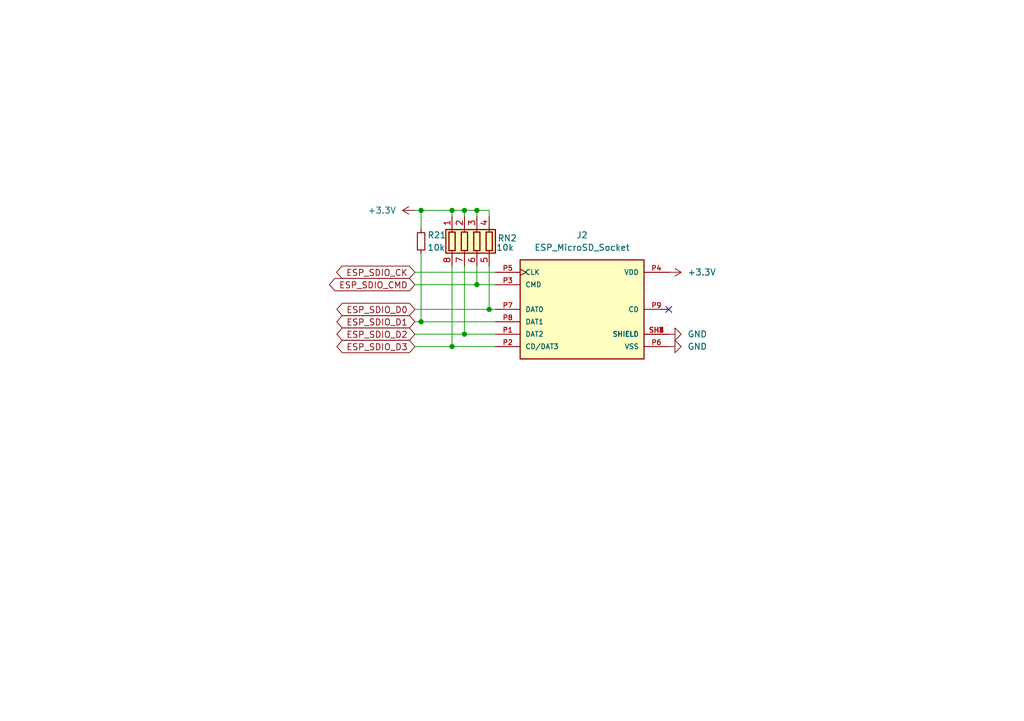
<source format=kicad_sch>
(kicad_sch (version 20211123) (generator eeschema)
  (paper "A5")
  (lib_symbols
    (symbol "Device:R_Pack04" (pin_names (offset 0) hide)
      (property "Reference" "RN" (at -7.62 0 90))
      (property "Value" "R_Pack04" (at 5.08 0 90))
      (symbol "R_Pack04_0_1"
        (rectangle (start -6.35 -2.413) (end 3.81 2.413) (stroke (width 0.254)) (fill (type background)))
        (rectangle (start -5.715 1.905) (end -4.445 -1.905) (stroke (width 0.254)))
        (rectangle (start -3.175 1.905) (end -1.905 -1.905) (stroke (width 0.254)))
        (rectangle (start -0.635 1.905) (end 0.635 -1.905) (stroke (width 0.254)))
        (polyline (pts (xy -5.08 -2.54) (xy -5.08 -1.905)))
        (polyline (pts (xy -5.08 1.905) (xy -5.08 2.54)))
        (polyline (pts (xy -2.54 -2.54) (xy -2.54 -1.905)))
        (polyline (pts (xy -2.54 1.905) (xy -2.54 2.54)))
        (polyline (pts (xy 0 -2.54) (xy 0 -1.905)))
        (polyline (pts (xy 0 1.905) (xy 0 2.54)))
        (polyline (pts (xy 2.54 -2.54) (xy 2.54 -1.905)))
        (polyline (pts (xy 2.54 1.905) (xy 2.54 2.54)))
        (rectangle (start 1.905 1.905) (end 3.175 -1.905) (stroke (width 0.254)))
      )
      (symbol "R_Pack04_1_1"
        (pin passive line (at -5.08 -5.08 90) (length 2.54) (name "R1.1") (number "1"))
        (pin passive line (at -2.54 -5.08 90) (length 2.54) (name "R2.1") (number "2"))
        (pin passive line (at 0 -5.08 90) (length 2.54) (name "R3.1") (number "3"))
        (pin passive line (at 2.54 -5.08 90) (length 2.54) (name "R4.1") (number "4"))
        (pin passive line (at 2.54 5.08 270) (length 2.54) (name "R4.2") (number "5"))
        (pin passive line (at 0 5.08 270) (length 2.54) (name "R3.2") (number "6"))
        (pin passive line (at -2.54 5.08 270) (length 2.54) (name "R2.2") (number "7"))
        (pin passive line (at -5.08 5.08 270) (length 2.54) (name "R1.2") (number "8"))
      )
    )
    (symbol "Device:R_Small" (pin_numbers hide) (pin_names (offset 0.254) hide)
      (property "Reference" "R" (at 0.762 0.508 0))
      (property "Value" "R_Small" (at 0.762 -1.016 0))
      (symbol "R_Small_0_1"
        (rectangle (start -0.762 1.778) (end 0.762 -1.778) (stroke (width 0.2032)))
      )
      (symbol "R_Small_1_1"
        (pin passive line (at 0 2.54 270) (length 0.762) (name "~") (number "1"))
        (pin passive line (at 0 -2.54 90) (length 0.762) (name "~") (number "2"))
      )
    )
    (symbol "MicroSD_Socket:MEM2075-00-140-01-A" (pin_names (offset 1.016))
      (property "Reference" "J" (at -12.7 10.795 0))
      (property "Value" "MEM2075-00-140-01-A" (at -12.7 -12.7 0))
      (symbol "MEM2075-00-140-01-A_0_0"
        (rectangle (start -12.7 -10.16) (end 12.7 10.16) (stroke (width 0.254)) (fill (type background)))
        (pin bidirectional line (at -17.78 -5.08 0) (length 5.08) (name "DAT2") (number "P1"))
        (pin bidirectional line (at -17.78 -7.62 0) (length 5.08) (name "CD/DAT3") (number "P2"))
        (pin bidirectional line (at -17.78 5.08 0) (length 5.08) (name "CMD") (number "P3"))
        (pin power_in line (at 17.78 7.62 180) (length 5.08) (name "VDD") (number "P4"))
        (pin bidirectional clock (at -17.78 7.62 0) (length 5.08) (name "CLK") (number "P5"))
        (pin power_in line (at 17.78 -7.62 180) (length 5.08) (name "VSS") (number "P6"))
        (pin bidirectional line (at -17.78 0 0) (length 5.08) (name "DAT0") (number "P7"))
        (pin bidirectional line (at -17.78 -2.54 0) (length 5.08) (name "DAT1") (number "P8"))
        (pin passive line (at 17.78 0 180) (length 5.08) (name "CD") (number "P9"))
        (pin power_in line (at 17.78 -5.08 180) (length 5.08) (name "SHIELD") (number "SH1"))
        (pin power_in line (at 17.78 -5.08 180) (length 5.08) (name "SHIELD") (number "SH2"))
        (pin power_in line (at 17.78 -5.08 180) (length 5.08) (name "SHIELD") (number "SH3"))
        (pin power_in line (at 17.78 -5.08 180) (length 5.08) (name "SHIELD") (number "SH4"))
      )
    )
    (symbol "power:+3.3V" (power) (pin_names (offset 0))
      (property "Value" "+3.3V" (at 0 3.556 0))
      (symbol "+3.3V_0_1"
        (polyline (pts (xy -0.762 1.27) (xy 0 2.54)))
        (polyline (pts (xy 0 0) (xy 0 2.54)))
        (polyline (pts (xy 0 2.54) (xy 0.762 1.27)))
      )
      (symbol "+3.3V_1_1"
        (pin power_in line (at 0 0 90) (length 0) hide (name "+3.3V") (number "1"))
      )
    )
    (symbol "power:GND" (power) (pin_names (offset 0))
      (property "Value" "GND" (at 0 -3.81 0))
      (symbol "GND_0_1"
        (polyline (pts (xy 0 0) (xy 0 -1.27) (xy 1.27 -1.27) (xy 0 -2.54) (xy -1.27 -1.27) (xy 0 -1.27)))
      )
      (symbol "GND_1_1"
        (pin power_in line (at 0 0 270) (length 0) hide (name "GND") (number "1"))
      )
    )
  )
  (junction (at 95.25 68.58))
  (junction (at 97.79 43.18))
  (junction (at 92.71 43.18))
  (junction (at 100.33 63.5))
  (junction (at 97.79 58.42))
  (junction (at 95.25 43.18))
  (junction (at 86.36 43.18))
  (junction (at 92.71 71.12))
  (junction (at 86.36 66.04))
  (no_connect (at 137.16 63.5))
  (wire (pts (xy 85.09 66.04) (xy 86.36 66.04)))
  (wire (pts (xy 86.36 52.07) (xy 86.36 66.04)))
  (wire (pts (xy 100.33 63.5) (xy 101.6 63.5)))
  (wire (pts (xy 95.25 43.18) (xy 95.25 44.45)))
  (wire (pts (xy 85.09 63.5) (xy 100.33 63.5)))
  (wire (pts (xy 86.36 46.99) (xy 86.36 43.18)))
  (wire (pts (xy 97.79 43.18) (xy 97.79 44.45)))
  (wire (pts (xy 97.79 54.61) (xy 97.79 58.42)))
  (wire (pts (xy 86.36 43.18) (xy 85.09 43.18)))
  (wire (pts (xy 92.71 54.61) (xy 92.71 71.12)))
  (wire (pts (xy 100.33 43.18) (xy 97.79 43.18)))
  (wire (pts (xy 85.09 58.42) (xy 97.79 58.42)))
  (wire (pts (xy 85.09 55.88) (xy 101.6 55.88)))
  (wire (pts (xy 92.71 43.18) (xy 92.71 44.45)))
  (wire (pts (xy 85.09 71.12) (xy 92.71 71.12)))
  (wire (pts (xy 85.09 68.58) (xy 95.25 68.58)))
  (wire (pts (xy 100.33 44.45) (xy 100.33 43.18)))
  (wire (pts (xy 97.79 43.18) (xy 95.25 43.18)))
  (wire (pts (xy 100.33 54.61) (xy 100.33 63.5)))
  (wire (pts (xy 92.71 43.18) (xy 86.36 43.18)))
  (wire (pts (xy 95.25 68.58) (xy 101.6 68.58)))
  (wire (pts (xy 95.25 43.18) (xy 92.71 43.18)))
  (wire (pts (xy 97.79 58.42) (xy 101.6 58.42)))
  (wire (pts (xy 86.36 66.04) (xy 101.6 66.04)))
  (wire (pts (xy 95.25 54.61) (xy 95.25 68.58)))
  (wire (pts (xy 92.71 71.12) (xy 101.6 71.12)))
  (global_label "ESP_SDIO_CMD" (shape bidirectional) (at 85.09 58.42 180) (property "Intersheet References" "${INTERSHEET_REFS}" (effects hide)))
  (global_label "ESP_SDIO_D3" (shape bidirectional) (at 85.09 71.12 180) (property "Intersheet References" "${INTERSHEET_REFS}" (effects hide)))
  (global_label "ESP_SDIO_D0" (shape bidirectional) (at 85.09 63.5 180) (property "Intersheet References" "${INTERSHEET_REFS}" (effects hide)))
  (global_label "ESP_SDIO_D2" (shape bidirectional) (at 85.09 68.58 180) (property "Intersheet References" "${INTERSHEET_REFS}" (effects hide)))
  (global_label "ESP_SDIO_CK" (shape bidirectional) (at 85.09 55.88 180) (property "Intersheet References" "${INTERSHEET_REFS}" (effects hide)))
  (global_label "ESP_SDIO_D1" (shape bidirectional) (at 85.09 66.04 180) (property "Intersheet References" "${INTERSHEET_REFS}" (effects hide)))
  (symbol (lib_id "power:+3.3V") (at 137.16 55.88 270) (unit 1)
    (property "Reference" "#PWR038" (effects hide))
    (property "Value" "+3.3V" (at 140.97 55.8799 90) (effects (justify left)))
  )
  (symbol (lib_id "power:GND") (at 137.16 68.58 90) (unit 1)
    (property "Reference" "#PWR039" (effects hide))
    (property "Value" "GND" (at 140.97 68.5799 90) (effects (justify right)))
  )
  (symbol (lib_id "MicroSD_Socket:MEM2075-00-140-01-A") (at 119.38 63.5 0) (unit 1)
    (property "Reference" "J2" (at 119.38 48.26 0))
    (property "Value" "ESP_MicroSD_Socket" (at 119.38 50.8 0))
    (property "Footprint" "MicroSD_Socket:MicroSD_Socket" (effects hide))
    (property "MANUFACTURER" "GCT" (effects hide))
    (property "PARTREV" "A" (effects hide))
    (property "STANDARD" "Manufacturer recommendations" (effects hide))
  )
  (symbol (lib_id "Device:R_Small") (at 86.36 49.53 0) (unit 1)
    (property "Reference" "R21" (at 87.63 48.26 0) (effects (justify left)))
    (property "Value" "10k" (at 87.63 50.8 0) (effects (justify left)))
    (property "Footprint" "Resistor_SMD:R_0603_1608Metric" (effects hide))
  )
  (symbol (lib_id "Device:R_Pack04") (at 97.79 49.53 0) (mirror x) (unit 1)
    (property "Reference" "RN2" (at 106.045 48.895 0) (effects (justify right)))
    (property "Value" "10k" (at 105.41 50.8 0) (effects (justify right)))
    (property "Footprint" "Resistor_SMD:R_Array_Convex_4x0603" (effects hide))
  )
  (symbol (lib_id "power:GND") (at 137.16 71.12 90) (unit 1)
    (property "Reference" "#PWR040" (effects hide))
    (property "Value" "GND" (at 140.97 71.1199 90) (effects (justify right)))
  )
  (symbol (lib_id "power:+3.3V") (at 85.09 43.18 90) (unit 1)
    (property "Reference" "#PWR037" (effects hide))
    (property "Value" "+3.3V" (at 81.28 43.1799 90) (effects (justify left)))
  )
)
</source>
